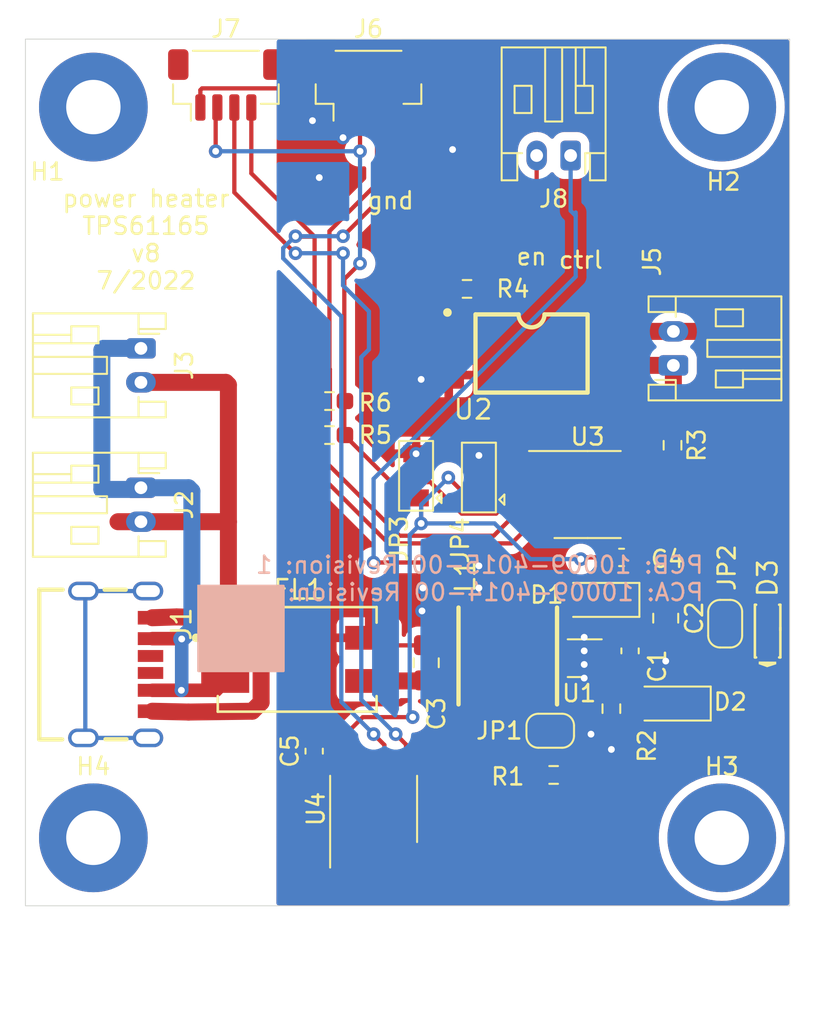
<source format=kicad_pcb>
(kicad_pcb (version 20221018) (generator pcbnew)
  (layers (0 "F.Cu" signal) (31 "B.Cu" signal) (34 "B.Paste" user) (35 "F.Paste" user) (36 "B.SilkS" user "B.Silkscreen") (37 "F.SilkS" user "F.Silkscreen") (38 "B.Mask" user) (39 "F.Mask" user) (44 "Edge.Cuts" user))
  (net 0 "")
  (net 1 "GND")
  (net 2 "Net-(U1-COMP)")
  (net 3 "Net-(D1-K)")
  (net 4 "+5VD")
  (net 5 "Net-(D1-A)")
  (net 6 "Net-(D2-K)")
  (net 7 "Net-(D2-A)")
  (net 8 "Net-(D3-A)")
  (net 9 "Net-(J2--)")
  (net 10 "Net-(J2-+)")
  (net 11 "unconnected-(J1-SHIELD-Pad0)")
  (net 14 "/scl")
  (net 15 "/sda")
  (net 16 "Net-(J5-+)")
  (net 17 "Net-(J8-+)")
  (net 18 "Net-(J8--)")
  (net 19 "Net-(JP1-A)")
  (net 20 "Net-(JP3-C)")
  (net 21 "Net-(JP4-C)")
  (net 22 "Net-(R4-Pad2)")
  (net 23 "/fram/Vcc")
  (footprint "Connector_JST:JST_PH_S2B-PH-K_1x02_P2.00mm_Horizontal" (layer "F.Cu") (at 121.8 73.4 -90)
    (fp_text reference "J2" (at 1 -2.55 -90) (layer "F.SilkS"))
    (fp_text value "A2001WR-2P")
    (pad "1" thru_hole roundrect (at 0 0 270) (size 1.2 1.75) (drill 0.75) (layers "*.Cu" "*.Mask") (roundrect_rratio 0.2083333333) (net 10 "Net-(J2-+)"))
    (pad "2" thru_hole oval (at 2 0 270) (size 1.2 1.75) (drill 0.75) (layers "*.Cu" "*.Mask") (net 9 "Net-(J2--)"))
  )
  (footprint "Connector_JST:JST_PH_S2B-PH-K_1x02_P2.00mm_Horizontal" (layer "F.Cu") (at 153.15 66.2 90)
    (fp_text reference "J5" (at 6.1 -1.25 90) (layer "F.SilkS"))
    (fp_text value "A2001WR-2P")
    (pad "1" thru_hole roundrect (at 0 0 90) (size 1.2 1.75) (drill 0.75) (layers "*.Cu" "*.Mask") (roundrect_rratio 0.2083333333) (net 16 "Net-(J5-+)"))
    (pad "2" thru_hole oval (at 2 0 90) (size 1.2 1.75) (drill 0.75) (layers "*.Cu" "*.Mask") (net 8 "Net-(D3-A)"))
  )
  (footprint "0my_footprints6:USB-C-KoreanHroparts" (layer "F.Cu") (at 120.389 83.8 -90)
    (fp_text reference "J1" (at -1.3 -3.8 -90) (layer "F.SilkS") (effects (font (size 1.143 1.143) (thickness 0.152)) (justify left)))
    (fp_text value "USB_C_KoreanHroparts_6P" hide)
    (pad "0" thru_hole oval (at -4.32 -1.825 270) (size 1.1 1.8) (drill oval 0.7 1.401) (layers "*.Cu" "*.Paste" "*.Mask") (net 11 "unconnected-(J1-SHIELD-Pad0)"))
    (pad "0" thru_hole oval (at -4.32 1.975 270) (size 1.1 1.8) (drill oval 0.7 1.401) (layers "*.Cu" "*.Paste" "*.Mask") (net 11 "unconnected-(J1-SHIELD-Pad0)"))
    (pad "0" thru_hole oval (at 4.32 -1.825 270) (size 1.1 1.8) (drill oval 0.7 1.401) (layers "*.Cu" "*.Paste" "*.Mask") (net 11 "unconnected-(J1-SHIELD-Pad0)"))
    (pad "0" thru_hole oval (at 4.32 1.975 270) (size 1.1 1.8) (drill oval 0.7 1.401) (layers "*.Cu" "*.Paste" "*.Mask") (net 11 "unconnected-(J1-SHIELD-Pad0)"))
    (pad "A5" smd rect (at -0.5 -1.975 270) (size 0.7 1.5) (layers "F.Cu" "F.Paste" "F.Mask"))
    (pad "A9" smd rect (at 1.52 -1.975 270) (size 0.76 1.5) (layers "F.Cu" "F.Paste" "F.Mask") (net 10 "Net-(J2-+)"))
    (pad "A12" smd rect (at 2.75 -1.975 270) (size 0.8 1.5) (layers "F.Cu" "F.Paste" "F.Mask") (net 9 "Net-(J2--)"))
    (pad "B5" smd rect (at 0.5 -1.975 270) (size 0.7 1.5) (layers "F.Cu" "F.Paste" "F.Mask"))
    (pad "B9" smd rect (at -1.52 -1.975 270) (size 0.76 1.5) (layers "F.Cu" "F.Paste" "F.Mask") (net 10 "Net-(J2-+)"))
    (pad "B12" smd rect (at -2.75 -1.975 270) (size 0.8 1.5) (layers "F.Cu" "F.Paste" "F.Mask") (net 9 "Net-(J2--)"))
  )
  (footprint "Package_SON:WSON-6-1EP_2x2mm_P0.65mm_EP1x1.6mm" (layer "F.Cu") (at 147.93 83.43 180)
    (fp_text reference "U1" (at 0.33 -2.07) (layer "F.SilkS"))
    (fp_text value "TPS61165")
    (pad "1" smd roundrect (at -0.8875 -0.65 180) (size 0.375 0.4) (layers "F.Cu" "F.Paste" "F.Mask") (net 7 "Net-(D2-A)"))
    (pad "2" smd roundrect (at -0.8875 0 180) (size 0.375 0.4) (layers "F.Cu" "F.Paste" "F.Mask") (net 2 "Net-(U1-COMP)"))
    (pad "3" smd roundrect (at -0.8875 0.65 180) (size 0.375 0.4) (layers "F.Cu" "F.Paste" "F.Mask") (net 1 "GND"))
    (pad "4" smd roundrect (at 0.8875 0.65 180) (size 0.375 0.4) (layers "F.Cu" "F.Paste" "F.Mask") (net 5 "Net-(D1-A)"))
    (pad "5" smd roundrect (at 0.8875 0 180) (size 0.375 0.4) (layers "F.Cu" "F.Paste" "F.Mask") (net 17 "Net-(J8-+)"))
    (pad "6" smd roundrect (at 0.8875 -0.65 180) (size 0.375 0.4) (layers "F.Cu" "F.Paste" "F.Mask") (net 4 "+5VD"))
    (pad "7" smd rect (at 0 0 180) (size 1 1.6) (layers "F.Cu" "F.Mask") (net 1 "GND"))
  )
  (footprint "0my_footprints:IND-SMD_L4.7-W4.7" (layer "F.Cu") (at 143.4 83.3 90)
    (fp_text reference "L1" (at 3.6 -2.5 90) (layer "F.SilkS") (effects (font (size 1.143 1.143) (thickness 0.152)) (justify left)))
    (fp_text value "10uH" hide)
    (pad "1" smd rect (at -1.7 0 90) (size 2 5.3) (layers "F.Cu" "F.Paste" "F.Mask") (net 4 "+5VD"))
    (pad "2" smd rect (at 1.7 0 90) (size 2 5.3) (layers "F.Cu" "F.Paste" "F.Mask") (net 5 "Net-(D1-A)"))
  )
  (footprint "Resistor_SMD:R_0603_1608Metric_Pad0.98x0.95mm_HandSolder" (layer "F.Cu") (at 149.5 86.4 -90)
    (fp_text reference "R2" (at 2.2 -2.1 -90) (layer "F.SilkS"))
    (fp_text value "2")
    (pad "1" smd roundrect (at -0.9125 0 270) (size 0.975 0.95) (layers "F.Cu" "F.Paste" "F.Mask") (net 7 "Net-(D2-A)"))
    (pad "2" smd roundrect (at 0.9125 0 270) (size 0.975 0.95) (layers "F.Cu" "F.Paste" "F.Mask") (net 1 "GND"))
  )
  (footprint "0my_footprints6:LL_FILTER-SMD_4P-L9.2-W6.0-TL" (layer "F.Cu") (at 131 83.5)
    (fp_text reference "FL1" (at -1.5 -4.1) (layer "F.SilkS") (effects (font (size 1.143 1.143) (thickness 0.152)) (justify left)))
    (fp_text value "EMI_Filter_LL" hide)
    (pad "1" smd rect (at -4.237 -1.27) (size 2.825 1.4) (layers "F.Cu" "F.Paste" "F.Mask") (net 9 "Net-(J2--)"))
    (pad "2" smd rect (at -4.237 1.27) (size 2.825 1.4) (layers "F.Cu" "F.Paste" "F.Mask") (net 10 "Net-(J2-+)"))
    (pad "3" smd rect (at 4.237 1.27) (size 2.825 1.4) (layers "F.Cu" "F.Paste" "F.Mask") (net 4 "+5VD"))
    (pad "4" smd rect (at 4.237 -1.27) (size 2.825 1.4) (layers "F.Cu" "F.Paste" "F.Mask") (net 1 "GND"))
  )
  (footprint "Capacitor_SMD:C_0805_2012Metric_Pad1.18x1.45mm_HandSolder" (layer "F.Cu") (at 138.6 83.7 90)
    (fp_text reference "C3" (at -3 0.6 90) (layer "F.SilkS"))
    (fp_text value "4.7uF_0805_25V")
    (pad "1" smd roundrect (at -1.0375 0 90) (size 1.175 1.45) (layers "F.Cu" "F.Paste" "F.Mask") (roundrect_rratio 0.2127659574) (net 4 "+5VD"))
    (pad "2" smd roundrect (at 1.0375 0 90) (size 1.175 1.45) (layers "F.Cu" "F.Paste" "F.Mask") (roundrect_rratio 0.2127659574) (net 1 "GND"))
  )
  (footprint "Diode_SMD:D_SOD-123" (layer "F.Cu") (at 148.9 80 180)
    (fp_text reference "D1" (at 3.2 0.3) (layer "F.SilkS"))
    (fp_text value "MBR0540")
    (pad "1" smd rect (at -1.65 0 180) (size 0.9 1.2) (layers "F.Cu" "F.Paste" "F.Mask") (net 3 "Net-(D1-K)"))
    (pad "2" smd rect (at 1.65 0 180) (size 0.9 1.2) (layers "F.Cu" "F.Paste" "F.Mask") (net 5 "Net-(D1-A)"))
  )
  (footprint "Capacitor_SMD:C_0603_1608Metric_Pad1.08x0.95mm_HandSolder" (layer "F.Cu") (at 150.6 83 90)
    (fp_text reference "C1" (at -0.9 1.6 90) (layer "F.SilkS"))
    (fp_text value "220nF")
    (pad "1" smd roundrect (at -0.8625 0 90) (size 1.075 0.95) (layers "F.Cu" "F.Paste" "F.Mask") (net 2 "Net-(U1-COMP)"))
    (pad "2" smd roundrect (at 0.8625 0 90) (size 1.075 0.95) (layers "F.Cu" "F.Paste" "F.Mask") (net 1 "GND"))
  )
  (footprint "Capacitor_SMD:C_0805_2012Metric_Pad1.18x1.45mm_HandSolder" (layer "F.Cu") (at 152.7 81.075 -90)
    (fp_text reference "C2" (at 0 -1.68 -90) (layer "F.SilkS"))
    (fp_text value "1uF_0805_50V")
    (pad "1" smd roundrect (at -1.0375 0 270) (size 1.175 1.45) (layers "F.Cu" "F.Paste" "F.Mask") (roundrect_rratio 0.2127659574) (net 3 "Net-(D1-K)"))
    (pad "2" smd roundrect (at 1.0375 0 270) (size 1.175 1.45) (layers "F.Cu" "F.Paste" "F.Mask") (roundrect_rratio 0.2127659574) (net 1 "GND"))
  )
  (footprint "Resistor_SMD:R_0603_1608Metric_Pad0.98x0.95mm_HandSolder" (layer "F.Cu") (at 141 61.7 180)
    (fp_text reference "R4" (at -2.7 0 180) (layer "F.SilkS"))
    (fp_text value "390")
    (pad "1" smd roundrect (at -0.9125 0 180) (size 0.975 0.95) (layers "F.Cu" "F.Paste" "F.Mask") (net 18 "Net-(J8--)"))
    (pad "2" smd roundrect (at 0.9125 0 180) (size 0.975 0.95) (layers "F.Cu" "F.Paste" "F.Mask") (net 22 "Net-(R4-Pad2)"))
  )
  (footprint "0my_footprints:SMD-4_L4.6-W6.4-P2.54-LS10.0-BR" (layer "F.Cu") (at 144.8 65.5 180)
    (fp_text reference "U2" (at 2.2 -3.3) (layer "F.SilkS") (effects (font (size 1.143 1.143) (thickness 0.152)) (justify right)))
    (fp_text value "KAQY212A" hide)
    (pad "1" smd rect (at 4.876 1.27 180) (size 1.8 1.6) (layers "F.Cu" "F.Paste" "F.Mask") (net 22 "Net-(R4-Pad2)"))
    (pad "2" smd rect (at 4.876 -1.27 180) (size 1.8 1.6) (layers "F.Cu" "F.Paste" "F.Mask") (net 1 "GND"))
    (pad "3" smd rect (at -4.876 -1.27 180) (size 1.8 1.6) (layers "F.Cu" "F.Paste" "F.Mask") (net 16 "Net-(J5-+)"))
    (pad "4" smd rect (at -4.876 1.27 180) (size 1.8 1.6) (layers "F.Cu" "F.Paste" "F.Mask") (net 8 "Net-(D3-A)"))
  )
  (footprint "Capacitor_SMD:C_0603_1608Metric_Pad1.08x0.95mm_HandSolder" (layer "F.Cu") (at 150.1 77.5)
    (fp_text reference "C4" (at 2.7 0.1) (layer "F.SilkS"))
    (fp_text value "100nF")
    (pad "1" smd roundrect (at -0.8625 0) (size 1.075 0.95) (layers "F.Cu" "F.Paste" "F.Mask") (net 23 "/fram/Vcc"))
    (pad "2" smd roundrect (at 0.8625 0) (size 1.075 0.95) (layers "F.Cu" "F.Paste" "F.Mask") (net 1 "GND"))
  )
  (footprint "Connector_JST:JST_SH_BM04B-SRSS-TB_1x04-1MP_P1.00mm_Vertical" (layer "F.Cu") (at 135.2 49.7)
    (fp_text reference "J6" (at 0 -3.3) (layer "F.SilkS"))
    (fp_text value "A1001WV-S-04P")
    (pad "1" smd roundrect (at -1.5 1.325) (size 0.6 1.55) (layers "F.Cu" "F.Paste" "F.Mask") (net 1 "GND"))
    (pad "2" smd roundrect (at -0.5 1.325) (size 0.6 1.55) (layers "F.Cu" "F.Paste" "F.Mask") (net 23 "/fram/Vcc"))
    (pad "3" smd roundrect (at 0.5 1.325) (size 0.6 1.55) (layers "F.Cu" "F.Paste" "F.Mask") (net 15 "/sda"))
    (pad "4" smd roundrect (at 1.5 1.325) (size 0.6 1.55) (layers "F.Cu" "F.Paste" "F.Mask") (net 14 "/scl"))
    (pad "MP" smd roundrect (at -2.8 -1.2) (size 1.2 1.8) (layers "F.Cu" "F.Paste" "F.Mask") (roundrect_rratio 0.2083333333))
    (pad "MP" smd roundrect (at 2.8 -1.2) (size 1.2 1.8) (layers "F.Cu" "F.Paste" "F.Mask") (roundrect_rratio 0.2083333333))
  )
  (footprint "Resistor_SMD:R_0603_1608Metric_Pad0.98x0.95mm_HandSolder" (layer "F.Cu") (at 153.1 70.9 -90)
    (fp_text reference "R3" (at 0 -1.43 -90) (layer "F.SilkS"))
    (fp_text value "1")
    (pad "1" smd roundrect (at -0.9125 0 270) (size 0.975 0.95) (layers "F.Cu" "F.Paste" "F.Mask") (net 16 "Net-(J5-+)"))
    (pad "2" smd roundrect (at 0.9125 0 270) (size 0.975 0.95) (layers "F.Cu" "F.Paste" "F.Mask") (net 3 "Net-(D1-K)"))
  )
  (footprint "Resistor_SMD:R_0603_1608Metric_Pad0.98x0.95mm_HandSolder" (layer "F.Cu") (at 132.9 70.3)
    (fp_text reference "R5" (at 2.7 0) (layer "F.SilkS"))
    (fp_text value "4.99K")
    (pad "1" smd roundrect (at -0.9125 0) (size 0.975 0.95) (layers "F.Cu" "F.Paste" "F.Mask") (net 15 "/sda"))
    (pad "2" smd roundrect (at 0.9125 0) (size 0.975 0.95) (layers "F.Cu" "F.Paste" "F.Mask") (net 23 "/fram/Vcc"))
  )
  (footprint "Resistor_SMD:R_0603_1608Metric_Pad0.98x0.95mm_HandSolder" (layer "F.Cu") (at 132.9 68.3)
    (fp_text reference "R6" (at 2.7 0.1) (layer "F.SilkS"))
    (fp_text value "4.99K")
    (pad "1" smd roundrect (at -0.9125 0) (size 0.975 0.95) (layers "F.Cu" "F.Paste" "F.Mask") (net 14 "/scl"))
    (pad "2" smd roundrect (at 0.9125 0) (size 0.975 0.95) (layers "F.Cu" "F.Paste" "F.Mask") (net 23 "/fram/Vcc"))
  )
  (footprint "Jumper:SolderJumper-3_P1.3mm_Open_Pad1.0x1.5mm" (layer "F.Cu") (at 138 72.7 90)
    (fp_text reference "JP3" (at -3.7 -1 90) (layer "F.SilkS"))
    (fp_text value "Jumper_3_Open")
    (pad "1" smd rect (at -1.3 0 90) (size 1 1.5) (layers "F.Cu" "F.Mask") (net 23 "/fram/Vcc"))
    (pad "2" smd rect (at 0 0 90) (size 1 1.5) (layers "F.Cu" "F.Mask") (net 20 "Net-(JP3-C)"))
    (pad "3" smd rect (at 1.3 0 90) (size 1 1.5) (layers "F.Cu" "F.Mask") (net 1 "GND"))
  )
  (footprint "Jumper:SolderJumper-3_P1.3mm_Open_Pad1.0x1.5mm" (layer "F.Cu") (at 141.7 72.8 90)
    (fp_text reference "JP4" (at -3.7 -1.1 90) (layer "F.SilkS"))
    (fp_text value "Jumper_3_Open")
    (pad "1" smd rect (at -1.3 0 90) (size 1 1.5) (layers "F.Cu" "F.Mask") (net 23 "/fram/Vcc"))
    (pad "2" smd rect (at 0 0 90) (size 1 1.5) (layers "F.Cu" "F.Mask") (net 21 "Net-(JP4-C)"))
    (pad "3" smd rect (at 1.3 0 90) (size 1 1.5) (layers "F.Cu" "F.Mask") (net 1 "GND"))
  )
  (footprint "Diode_SMD:D_SOD-123" (layer "F.Cu") (at 153.1 86.1 180)
    (fp_text reference "D2" (at -3.4 0.1) (layer "F.SilkS"))
    (fp_text value "BZT52C5V1")
    (pad "1" smd rect (at -1.65 0 180) (size 0.9 1.2) (layers "F.Cu" "F.Paste" "F.Mask") (net 6 "Net-(D2-K)"))
    (pad "2" smd rect (at 1.65 0 180) (size 0.9 1.2) (layers "F.Cu" "F.Paste" "F.Mask") (net 7 "Net-(D2-A)"))
  )
  (footprint "Jumper:SolderJumper-2_P1.3mm_Open_RoundedPad1.0x1.5mm" (layer "F.Cu") (at 156.2 81.4 90)
    (fp_text reference "JP2" (at 3.3 0.1 90) (layer "F.SilkS"))
    (fp_text value "Jumper_2_Open")
    (pad "1" smd custom (at -0.65 0 90) (size 1 0.5) (layers "F.Cu" "F.Mask") (net 6 "Net-(D2-K)") (options (clearance outline) (anchor rect)) (primitives (gr_circle (center 0 0.25) (end 0.5 0.25) (width 0) (fill yes)) (gr_circle (center 0 -0.25) (end 0.5 -0.25) (width 0) (fill yes)) (gr_poly (pts (xy 0 -0.75) (xy 0.5 -0.75) (xy 0.5 0.75) (xy 0 0.75)) (width 0) (fill yes))))
    (pad "2" smd custom (at 0.65 0 90) (size 1 0.5) (layers "F.Cu" "F.Mask") (net 8 "Net-(D3-A)") (options (clearance outline) (anchor rect)) (primitives (gr_circle (center 0 0.25) (end 0.5 0.25) (width 0) (fill yes)) (gr_circle (center 0 -0.25) (end 0.5 -0.25) (width 0) (fill yes)) (gr_poly (pts (xy 0 -0.75) (xy -0.5 -0.75) (xy -0.5 0.75) (xy 0 0.75)) (width 0) (fill yes))))
  )
  (footprint "Package_SO:SOIC-8_3.9x4.9mm_P1.27mm" (layer "F.Cu") (at 148.1 73.8)
    (fp_text reference "U3" (at 0 -3.4) (layer "F.SilkS"))
    (fp_text value "INA219AxD")
    (pad "1" smd roundrect (at -2.475 -1.905) (size 1.95 0.6) (layers "F.Cu" "F.Paste" "F.Mask") (net 21 "Net-(JP4-C)"))
    (pad "2" smd roundrect (at -2.475 -0.635) (size 1.95 0.6) (layers "F.Cu" "F.Paste" "F.Mask") (net 20 "Net-(JP3-C)"))
    (pad "3" smd roundrect (at -2.475 0.635) (size 1.95 0.6) (layers "F.Cu" "F.Paste" "F.Mask") (net 15 "/sda"))
    (pad "4" smd roundrect (at -2.475 1.905) (size 1.95 0.6) (layers "F.Cu" "F.Paste" "F.Mask") (net 14 "/scl"))
    (pad "5" smd roundrect (at 2.475 1.905) (size 1.95 0.6) (layers "F.Cu" "F.Paste" "F.Mask") (net 23 "/fram/Vcc"))
    (pad "6" smd roundrect (at 2.475 0.635) (size 1.95 0.6) (layers "F.Cu" "F.Paste" "F.Mask") (net 1 "GND"))
    (pad "7" smd roundrect (at 2.475 -0.635) (size 1.95 0.6) (layers "F.Cu" "F.Paste" "F.Mask") (net 16 "Net-(J5-+)"))
    (pad "8" smd roundrect (at 2.475 -1.905) (size 1.95 0.6) (layers "F.Cu" "F.Paste" "F.Mask") (net 3 "Net-(D1-K)"))
  )
  (footprint "0my_footprints6:LED-SMD_L3.0-W1.4-FD_RED" (layer "F.Cu") (at 158.7 81.6 -90)
    (fp_text reference "D3" (at -4.1 0 90) (layer "F.SilkS") (effects (font (size 1.143 1.143) (thickness 0.152)) (justify right)))
    (fp_text value "LED" hide)
    (pad "1" smd rect (at 0.945 0 270) (size 1.9 1.01) (layers "F.Cu" "F.Paste" "F.Mask") (net 6 "Net-(D2-K)"))
    (pad "2" smd rect (at -0.945 0 270) (size 1.18 1.01) (layers "F.Cu" "F.Paste" "F.Mask") (net 8 "Net-(D3-A)"))
  )
  (footprint "Connector_JST:JST_PH_S2B-PH-K_1x02_P2.00mm_Horizontal" (layer "F.Cu") (at 121.8 65.2 -90)
    (fp_text reference "J3" (at 1 -2.55 -90) (layer "F.SilkS"))
    (fp_text value "A2001WR-2P")
    (pad "1" thru_hole roundrect (at 0 0 270) (size 1.2 1.75) (drill 0.75) (layers "*.Cu" "*.Mask") (roundrect_rratio 0.2083333333) (net 10 "Net-(J2-+)"))
    (pad "2" thru_hole oval (at 2 0 270) (size 1.2 1.75) (drill 0.75) (layers "*.Cu" "*.Mask") (net 9 "Net-(J2--)"))
  )
  (footprint "MountingHole:MountingHole_3.2mm_M3_Pad_TopBottom" (layer "F.Cu") (at 119 94)
    (fp_text reference "H4" (at 0 -4.2) (layer "F.SilkS"))
    (fp_text value "MountingHole")
    (pad "1" thru_hole circle (at 0 0) (size 3.6 3.6) (drill 3.2) (layers "*.Cu" "*.Mask"))
    (pad "1" connect circle (at 0 0) (size 6.4 6.4) (layers "F.Cu" "F.Mask"))
    (pad "1" connect circle (at 0 0) (size 6.4 6.4) (layers "B.Cu" "B.Mask"))
  )
  (footprint "Capacitor_SMD:C_0603_1608Metric_Pad1.08x0.95mm_HandSolder" (layer "F.Cu") (at 132 88.9 90)
    (fp_text reference "C5" (at 0 -1.43 90) (layer "F.SilkS"))
    (fp_text value "100nF")
    (pad "1" smd roundrect (at -0.8625 0 90) (size 1.075 0.95) (layers "F.Cu" "F.Paste" "F.Mask") (net 23 "/fram/Vcc"))
    (pad "2" smd roundrect (at 0.8625 0 90) (size 1.075 0.95) (layers "F.Cu" "F.Paste" "F.Mask") (net 1 "GND"))
  )
  (footprint "Connector_JST:JST_PH_S2B-PH-K_1x02_P2.00mm_Horizontal" (layer "F.Cu") (at 147.1 53.85 180)
    (fp_text reference "J8" (at 1 -2.55) (layer "F.SilkS"))
    (fp_text value "A2001WR-2P")
    (pad "1" thru_hole roundrect (at 0 0 180) (size 1.2 1.75) (drill 0.75) (layers "*.Cu" "*.Mask") (roundrect_rratio 0.2083333333) (net 17 "Net-(J8-+)"))
    (pad "2" thru_hole oval (at 2 0 180) (size 1.2 1.75) (drill 0.75) (layers "*.Cu" "*.Mask") (net 18 "Net-(J8--)"))
  )
  (footprint "Connector_JST:JST_SH_BM04B-SRSS-TB_1x04-1MP_P1.00mm_Vertical" (layer "F.Cu") (at 126.8 49.7)
    (fp_text reference "J7" (at 0 -3.3) (layer "F.SilkS"))
    (fp_text value "A1001WV-S-04P")
    (pad "1" smd roundrect (at -1.5 1.325) (size 0.6 1.55) (layers "F.Cu" "F.Paste" "F.Mask") (net 1 "GND"))
    (pad "2" smd roundrect (at -0.5 1.325) (size 0.6 1.55) (layers "F.Cu" "F.Paste" "F.Mask") (net 23 "/fram/Vcc"))
    (pad "3" smd roundrect (at 0.5 1.325) (size 0.6 1.55) (layers "F.Cu" "F.Paste" "F.Mask") (net 15 "/sda"))
    (pad "4" smd roundrect (at 1.5 1.325) (size 0.6 1.55) (layers "F.Cu" "F.Paste" "F.Mask") (net 14 "/scl"))
    (pad "MP" smd roundrect (at -2.8 -1.2) (size 1.2 1.8) (layers "F.Cu" "F.Paste" "F.Mask") (roundrect_rratio 0.2083333333))
    (pad "MP" smd roundrect (at 2.8 -1.2) (size 1.2 1.8) (layers "F.Cu" "F.Paste" "F.Mask") (roundrect_rratio 0.2083333333))
  )
  (footprint "Jumper:SolderJumper-2_P1.3mm_Open_RoundedPad1.0x1.5mm" (layer "F.Cu") (at 145.9 87.7)
    (fp_text reference "JP1" (at -3 0) (layer "F.SilkS"))
    (fp_text value "SolderJumper_2_Open")
    (pad "1" smd custom (at -0.65 0) (size 1 0.5) (layers "F.Cu" "F.Mask") (net 19 "Net-(JP1-A)") (options (clearance outline) (anchor rect)) (primitives (gr_circle (center 0 0.25) (end 0.5 0.25) (width 0) (fill yes)) (gr_circle (center 0 -0.25) (end 0.5 -0.25) (width 0) (fill yes)) (gr_poly (pts (xy 0.5 0.75) (xy 0 0.75) (xy 0 -0.75) (xy 0.5 -0.75)) (width 0) (fill yes))))
    (pad "2" smd custom (at 0.65 0) (size 1 0.5) (layers "F.Cu" "F.Mask") (net 7 "Net-(D2-A)") (options (clearance outline) (anchor rect)) (primitives (gr_circle (center 0 0.25) (end 0.5 0.25) (width 0) (fill yes)) (gr_circle (center 0 -0.25) (end 0.5 -0.25) (width 0) (fill yes)) (gr_poly (pts (xy 0 0.75) (xy -0.5 0.75) (xy -0.5 -0.75) (xy 0 -0.75)) (width 0) (fill yes))))
  )
  (footprint "Resistor_SMD:R_0603_1608Metric_Pad0.98x0.95mm_HandSolder" (layer "F.Cu") (at 146.1 90.3)
    (fp_text reference "R1" (at -2.7 0.1) (layer "F.SilkS"))
    (fp_text value "2")
    (pad "1" smd roundrect (at -0.9125 0) (size 0.975 0.95) (layers "F.Cu" "F.Paste" "F.Mask") (net 19 "Net-(JP1-A)"))
    (pad "2" smd roundrect (at 0.9125 0) (size 0.975 0.95) (layers "F.Cu" "F.Paste" "F.Mask") (net 1 "GND"))
  )
  (footprint "MountingHole:MountingHole_3.2mm_M3_Pad_TopBottom" (layer "F.Cu") (at 156 94)
    (fp_text reference "H3" (at 0 -4.2) (layer "F.SilkS"))
    (fp_text value "MountingHole")
    (pad "1" thru_hole circle (at 0 0) (size 3.6 3.6) (drill 3.2) (layers "*.Cu" "*.Mask"))
    (pad "1" connect circle (at 0 0) (size 6.4 6.4) (layers "F.Cu" "F.Mask"))
    (pad "1" connect circle (at 0 0) (size 6.4 6.4) (layers "B.Cu" "B.Mask"))
  )
  (footprint "MountingHole:MountingHole_3.2mm_M3_Pad_TopBottom" (layer "F.Cu") (at 156 51)
    (fp_text reference "H2" (at 0.1 4.4) (layer "F.SilkS"))
    (fp_text value "MountingHole")
    (pad "1" thru_hole circle (at 0 0) (size 3.6 3.6) (drill 3.2) (layers "*.Cu" "*.Mask"))
    (pad "1" connect circle (at 0 0) (size 6.4 6.4) (layers "F.Cu" "F.Mask"))
    (pad "1" connect circle (at 0 0) (size 6.4 6.4) (layers "B.Cu" "B.Mask"))
  )
  (footprint "Package_SO:SOIC-8_3.9x4.9mm_P1.27mm" (layer "F.Cu") (at 135.5 92.3 90)
    (fp_text reference "U4" (at 0 -3.4 90) (layer "F.SilkS"))
    (fp_text value "FM24V05-GTR")
    (pad "1" smd roundrect (at -2.475 -1.905 90) (size 1.95 0.6) (layers "F.Cu" "F.Paste" "F.Mask") (net 1 "GND"))
    (pad "2" smd roundrect (at -2.475 -0.635 90) (size 1.95 0.6) (layers "F.Cu" "F.Paste" "F.Mask") (net 1 "GND"))
    (pad "3" smd roundrect (at -2.475 0.635 90) (size 1.95 0.6) (layers "F.Cu" "F.Paste" "F.Mask") (net 1 "GND"))
    (pad "4" smd roundrect (at -2.475 1.905 90) (size 1.95 0.6) (layers "F.Cu" "F.Paste" "F.Mask") (net 1 "GND"))
    (pad "5" smd roundrect (at 2.475 1.905 90) (size 1.95 0.6) (layers "F.Cu" "F.Paste" "F.Mask") (net 15 "/sda"))
    (pad "6" smd roundrect (at 2.475 0.635 90) (size 1.95 0.6) (layers "F.Cu" "F.Paste" "F.Mask") (net 14 "/scl"))
    (pad "7" smd roundrect (at 2.475 -0.635 90) (size 1.95 0.6) (layers "F.Cu" "F.Paste" "F.Mask"))
    (pad "8" smd roundrect (at 2.475 -1.905 90) (size 1.95 0.6) (layers "F.Cu" "F.Paste" "F.Mask") (net 23 "/fram/Vcc"))
  )
  (footprint "MountingHole:MountingHole_3.2mm_M3_Pad_TopBottom" (layer "F.Cu") (at 119 51)
    (fp_text reference "H1" (at -2.7 3.8) (layer "F.SilkS"))
    (fp_text value "MountingHole")
    (pad "1" thru_hole circle (at 0 0) (size 3.6 3.6) (drill 3.2) (layers "*.Cu" "*.Mask"))
    (pad "1" connect circle (at 0 0) (size 6.4 6.4) (layers "F.Cu" "F.Mask"))
    (pad "1" connect circle (at 0 0) (size 6.4 6.4) (layers "B.Cu" "B.Mask"))
  )
  (gr_rect (start 125.19 79.18) (end 130.19 84.18) (stroke (width 0.15)) (fill solid) (layer "B.SilkS"))
  (gr_rect (start 115 47) (end 160 98) (stroke (width 0.05)) (fill none) (layer "Edge.Cuts"))
  (gr_text "PCB: 10009-4015-00 Revision: 1\nPCA: 10009-4014-00 Revision: " (at 155.01 80.14) (layer "B.SilkS") (effects (font (size 1 1)) (justify left bottom mirror)))
  (gr_text "en" (at 144.8 59.8) (layer "F.SilkS") (effects (font (size 1 1))))
  (gr_text "gnd" (at 136.5 56.5) (layer "F.SilkS") (effects (font (size 1 1))))
  (gr_text "ctrl" (at 147.7 60) (layer "F.SilkS") (effects (font (size 1 1))))
  (gr_text "power heater\nTPS61165\nv8\n7/2022\n" (at 122.1 58.8) (layer "F.SilkS") (effects (font (size 1 1))))
  (segment (start 138.6 82.675) (end 135.682 82.675) (width 0.25) (layer "F.Cu") (net 1))
  (segment (start 138.6 82.675) (end 138.6 80.9) (width 0.25) (layer "F.Cu") (net 1))
  (segment (start 152.7 82.1) (end 150.8 82.1) (width 1) (layer "F.Cu") (net 1))
  (segment (start 148.8175 82.78) (end 150.12 82.78) (width 0.25) (layer "F.Cu") (net 1))
  (segment (start 150.6 81.775) (end 150.025 81.2) (width 0.25) (layer "F.Cu") (net 1))
  (segment (start 138.6 80.9) (end 138.35 80.65) (width 0.25) (layer "F.Cu") (net 1))
  (segment (start 150.025 81.2) (end 149.9 81.2) (width 0.25) (layer "F.Cu") (net 1))
  (segment (start 149.9 81.2) (end 150.8 82.1) (width 0.25) (layer "F.Cu") (net 1))
  (segment (start 150.12 82.78) (end 150.6 82.3) (width 0.25) (layer "F.Cu") (net 1))
  (segment (start 125.4 49.9) (end 130.7 49.9) (width 0.25) (layer "F.Cu") (net 1))
  (segment (start 125.3 51.025) (end 125.3 50) (width 0.25) (layer "F.Cu") (net 1))
  (segment (start 131.825 51.025) (end 130.7 49.9) (width 0.25) (layer "F.Cu") (net 1))
  (segment (start 133.7 51.025) (end 133.7 52.8) (width 0.25) (layer "F.Cu") (net 1))
  (segment (start 125.3 50) (end 125.4 49.9) (width 0.25) (layer "F.Cu") (net 1))
  (segment (start 133.7 51.025) (end 131.825 51.025) (width 0.25) (layer "F.Cu") (net 1))
  (via (at 147.9 83.8) (size 0.8) (drill 0.4) (layers "F.Cu" "B.Cu") (net 1))
  (via (at 152.7 83.6) (size 0.8) (drill 0.4) (layers "F.Cu" "B.Cu") (net 1))
  (via (at 148.3 87.9) (size 0.8) (drill 0.4) (layers "F.Cu" "B.Cu") (net 1))
  (via (at 147.9 83) (size 0.8) (drill 0.4) (layers "F.Cu" "B.Cu") (net 1))
  (via (at 149.5 88.8) (size 0.8) (drill 0.4) (layers "F.Cu" "B.Cu") (net 1))
  (via (at 147.9 82.2) (size 0.8) (drill 0.4) (layers "F.Cu" "B.Cu") (net 1))
  (via (at 147.9 84.6) (size 0.8) (drill 0.4) (layers "F.Cu" "B.Cu") (net 1))
  (via (at 132.3 55.15) (size 0.8) (drill 0.4) (layers "F.Cu" "B.Cu") (net 1))
  (via (at 141.7 79.3) (size 0.8) (drill 0.4) (layers "F.Cu" "B.Cu") (net 1))
  (via (at 131.9 51.8) (size 0.8) (drill 0.4) (layers "F.Cu" "B.Cu") (net 1))
  (via (at 138.3 67.025) (size 0.8) (drill 0.4) (layers "F.Cu" "B.Cu") (net 1))
  (via (at 138.4 79.3) (size 0.8) (drill 0.4) (layers "F.Cu" "B.Cu") (net 1))
  (via (at 141.7 78) (size 0.8) (drill 0.4) (layers "F.Cu" "B.Cu") (net 1))
  (via (at 140.15 53.5) (size 0.8) (drill 0.4) (layers "F.Cu" "B.Cu") (net 1))
  (via (at 133.7 52.8) (size 0.8) (drill 0.4) (layers "F.Cu" "B.Cu") (net 1))
  (via (at 138.35 80.65) (size 0.8) (drill 0.4) (layers "F.Cu" "B.Cu") (net 1))
  (via (at 138 71.4) (size 0.8) (drill 0.4) (layers "F.Cu" "B.Cu") (net 1))
  (via (at 141.7 71.5) (size 0.8) (drill 0.4) (layers "F.Cu" "B.Cu") (net 1))
  (segment (start 150.6 84.05) (end 149.98 83.43) (width 0.25) (layer "F.Cu") (net 2))
  (segment (start 149.98 83.43) (end 148.8175 83.43) (width 0.25) (layer "F.Cu") (net 2))
  (segment (start 150.55 80) (end 152.65 80) (width 1) (layer "F.Cu") (net 3))
  (segment (start 153.1 71.775) (end 150.695 71.775) (width 0.25) (layer "F.Cu") (net 3))
  (segment (start 152.7 80.05) (end 152.7 72.175) (width 1) (layer "F.Cu") (net 3))
  (segment (start 152.7 72.175) (end 153.1 71.775) (width 1) (layer "F.Cu") (net 3))
  (segment (start 135.237 84.77) (end 143.17 84.77) (width 1) (layer "F.Cu") (net 4))
  (segment (start 145.5 85) (end 146.16999 84.33001) (width 1) (layer "F.Cu") (net 4))
  (segment (start 146.16999 84.33001) (end 146.619962 84.33001) (width 1) (layer "F.Cu") (net 4))
  (segment (start 147.0425 82.78) (end 146.855 82.78) (width 0.25) (layer "F.Cu") (net 5))
  (segment (start 146.855 82.78) (end 146.7 82.625) (width 0.25) (layer "F.Cu") (net 5))
  (segment (start 146.7 82.625) (end 146.7 82.4) (width 0.25) (layer "F.Cu") (net 5))
  (segment (start 146.6 81.6) (end 146.7 82.4) (width 1) (layer "F.Cu") (net 5))
  (segment (start 147.25 80) (end 147.25 80.95) (width 1) (layer "F.Cu") (net 5))
  (segment (start 145.9 81.6) (end 146.6 81.6) (width 1) (layer "F.Cu") (net 5))
  (segment (start 147.25 80.95) (end 146.6 81.6) (width 1) (layer "F.Cu") (net 5))
  (segment (start 143.4 81.6) (end 145.9 81.6) (width 1) (layer "F.Cu") (net 5))
  (segment (start 156.695 82.545) (end 156.2 82.05) (width 0.8) (layer "F.Cu") (net 6))
  (segment (start 156.2 82.05) (end 156.2 84.65) (width 0.8) (layer "F.Cu") (net 6))
  (segment (start 156.2 84.65) (end 154.75 86.1) (width 0.8) (layer "F.Cu") (net 6))
  (segment (start 158.7 82.545) (end 156.695 82.545) (width 0.8) (layer "F.Cu") (net 6))
  (segment (start 149.5 85.525) (end 149.5 84.7625) (width 0.25) (layer "F.Cu") (net 7))
  (segment (start 149.5 84.7625) (end 148.8175 84.08) (width 0.25) (layer "F.Cu") (net 7))
  (segment (start 149.5 85.525) (end 150.875 85.525) (width 1) (layer "F.Cu") (net 7))
  (segment (start 148.725 85.525) (end 149.5 85.525) (width 1) (layer "F.Cu") (net 7))
  (segment (start 150.875 85.525) (end 151.45 86.1) (width 1) (layer "F.Cu") (net 7))
  (segment (start 146.55 87.7) (end 148.725 85.525) (width 1) (layer "F.Cu") (net 7))
  (segment (start 155.4 64.2) (end 156.2 65) (width 1) (layer "F.Cu") (net 8))
  (segment (start 153.15 64.2) (end 155.4 64.2) (width 1) (layer "F.Cu") (net 8))
  (segment (start 158.7 80.655) (end 156.295 80.655) (width 0.8) (layer "F.Cu") (net 8))
  (segment (start 156.2 65) (end 156.2 80.75) (width 1) (layer "F.Cu") (net 8))
  (segment (start 153.15 64.2) (end 149.706 64.2) (width 1) (layer "F.Cu") (net 8))
  (segment (start 126.763 82.23) (end 125.583 81.05) (width 1) (layer "F.Cu") (net 9))
  (segment (start 128.875501 83.630001) (end 128.875501 86.030001) (width 1) (layer "F.Cu") (net 9))
  (segment (start 128.875501 86.030001) (end 128.355491 86.550011) (width 1) (layer "F.Cu") (net 9))
  (segment (start 127.4755 82.23) (end 128.875501 83.630001) (width 1) (layer "F.Cu") (net 9))
  (segment (start 128.355491 86.550011) (end 124.6 86.6) (width 1) (layer "F.Cu") (net 9))
  (segment (start 124.6 86.6) (end 122.475 86.550011) (width 1) (layer "F.Cu") (net 9))
  (segment (start 126.8 67.2) (end 121.8 67.2) (width 1) (layer "F.Cu") (net 9))
  (segment (start 120.45 75.4) (end 126.95 75.4) (width 1) (layer "F.Cu") (net 9))
  (segment (start 125.583 81.05) (end 126.95 79.683) (width 1) (layer "F.Cu") (net 9))
  (segment (start 125.583 81.05) (end 123.9 81) (width 1) (layer "F.Cu") (net 9))
  (segment (start 126.95 79.683) (end 126.95 75.4) (width 1) (layer "F.Cu") (net 9))
  (segment (start 126.95 67.35) (end 126.8 67.2) (width 1) (layer "F.Cu") (net 9))
  (segment (start 126.95 75.4) (end 126.95 67.35) (width 1) (layer "F.Cu") (net 9))
  (segment (start 123.9 81) (end 122.475 81.05) (width 1) (layer "F.Cu") (net 9))
  (segment (start 124.18 82.28) (end 124.2 82.3) (width 0.8) (layer "F.Cu") (net 10))
  (segment (start 126.213 85.32) (end 126.763 84.77) (width 0.8) (layer "F.Cu") (net 10))
  (segment (start 124.18 85.32) (end 126.213 85.32) (width 0.8) (layer "F.Cu") (net 10))
  (segment (start 122.475 85.32) (end 124.18 85.32) (width 0.8) (layer "F.Cu") (net 10))
  (segment (start 122.475 82.28) (end 124.18 82.28) (width 0.8) (layer "F.Cu") (net 10))
  (via (at 124.2 82.3) (size 0.8) (drill 0.4) (layers "F.Cu" "B.Cu") (net 10))
  (via (at 124.18 85.32) (size 0.8) (drill 0.4) (layers "F.Cu" "B.Cu") (net 10))
  (segment (start 124.6 73.4) (end 124.8 73.6) (width 1) (layer "B.Cu") (net 10))
  (segment (start 121.8 65.2) (end 119.6 65.2) (width 1) (layer "B.Cu") (net 10))
  (segment (start 124.2 82.3) (end 124.2 85.3) (width 0.8) (layer "B.Cu") (net 10))
  (segment (start 119.5 73.5) (end 121.7 73.5) (width 1) (layer "B.Cu") (net 10))
  (segment (start 121.8 73.4) (end 124.6 73.4) (width 1) (layer "B.Cu") (net 10))
  (segment (start 119.5 65.3) (end 119.5 73.5) (width 1) (layer "B.Cu") (net 10))
  (segment (start 124.8 81.7) (end 124.2 82.3) (width 1) (layer "B.Cu") (net 10))
  (segment (start 124.8 73.6) (end 124.8 81.7) (width 1) (layer "B.Cu") (net 10))
  (segment (start 119.6 65.2) (end 119.5 65.3) (width 1) (layer "B.Cu") (net 10))
  (segment (start 124.2 85.3) (end 124.18 85.32) (width 0.8) (layer "B.Cu") (net 10))
  (segment (start 122.325 88.12) (end 118.525 88.12) (width 0.25) (layer "B.Cu") (net 11))
  (segment (start 122.325 79.48) (end 118.525 79.48) (width 0.25) (layer "B.Cu") (net 11))
  (segment (start 118.525 88.12) (end 118.525 79.48) (width 0.25) (layer "B.Cu") (net 11))
  (segment (start 143.625969 76.674031) (end 136.374031 76.674031) (width 0.25) (layer "F.Cu") (net 14))
  (segment (start 132.025 58.625) (end 130.925 58.625) (width 0.25) (layer "F.Cu") (net 14))
  (segment (start 132.025 58.625) (end 128.3 54.9) (width 0.25) (layer "F.Cu") (net 14))
  (segment (start 128.3 54.9) (end 128.3 51.025) (width 0.25) (layer "F.Cu") (net 14))
  (segment (start 136.135 88.535) (end 135.5 87.9) (width 0.25) (layer "F.Cu") (net 14))
  (segment (start 136.7 55.6) (end 136.7 51.025) (width 0.25) (layer "F.Cu") (net 14))
  (segment (start 136.135 89.825) (end 136.135 88.535) (width 0.25) (layer "F.Cu") (net 14))
  (segment (start 132.025 68.3) (end 132.025 58.625) (width 0.25) (layer "F.Cu") (net 14))
  (segment (start 136.374031 76.674031) (end 130.4 70.7) (width 0.25) (layer "F.Cu") (net 14))
  (segment (start 133.7 58.6) (end 136.7 55.6) (width 0.25) (layer "F.Cu") (net 14))
  (segment (start 130.4 69.1) (end 131.2 68.3) (width 0.25) (layer "F.Cu") (net 14))
  (segment (start 130.925 58.625) (end 130.9 58.6) (width 0.25) (layer "F.Cu") (net 14))
  (segment (start 130.4 70.7) (end 130.4 69.1) (width 0.25) (layer "F.Cu") (net 14))
  (segment (start 145.625 75.705) (end 144.595 75.705) (width 0.25) (layer "F.Cu") (net 14))
  (segment (start 144.595 75.705) (end 143.625969 76.674031) (width 0.25) (layer "F.Cu") (net 14))
  (segment (start 131.2 68.3) (end 132.025 68.3) (width 0.25) (layer "F.Cu") (net 14))
  (via (at 130.9 58.6) (size 0.8) (drill 0.4) (layers "F.Cu" "B.Cu") (net 14))
  (via (at 133.7 58.6) (size 0.8) (drill 0.4) (layers "F.Cu" "B.Cu") (net 14))
  (via (at 135.5 87.9) (size 0.8) (drill 0.4) (layers "F.Cu" "B.Cu") (net 14))
  (segment (start 130.175489 59.299897) (end 130.875386 58.6) (width 0.25) (layer "B.Cu") (net 14))
  (segment (start 133.6 86) (end 133.6 63.3) (width 0.25) (layer "B.Cu") (net 14))
  (segment (start 130.9 58.6) (end 133.7 58.6) (width 0.25) (layer "B.Cu") (net 14))
  (segment (start 133.6 86) (end 135.5 87.9) (width 0.25) (layer "B.Cu") (net 14))
  (segment (start 130.175489 59.900103) (end 130.175489 59.299897) (width 0.25) (layer "B.Cu") (net 14))
  (segment (start 133.6 63.3) (end 133.575386 63.3) (width 0.25) (layer "B.Cu") (net 14))
  (segment (start 133.575386 63.3) (end 130.175489 59.900103) (width 0.25) (layer "B.Cu") (net 14))
  (segment (start 130.875386 58.6) (end 130.9 58.6) (width 0.25) (layer "B.Cu") (net 14))
  (segment (start 132.92548 69.39952) (end 132.92548 66.42548) (width 0.25) (layer "F.Cu") (net 15))
  (segment (start 132.9 59.6) (end 133.7 59.6) (width 0.25) (layer "F.Cu") (net 15))
  (segment (start 132.025 70.3) (end 132.92548 69.39952) (width 0.25) (layer "F.Cu") (net 15))
  (segment (start 132 71.2) (end 132 70.325) (width 0.25) (layer "F.Cu") (net 15))
  (segment (start 132.9 66.4) (end 132.9 59.6) (width 0.25) (layer "F.Cu") (net 15))
  (segment (start 130.875386 59.6) (end 130.9 59.6) (width 0.25) (layer "F.Cu") (net 15))
  (segment (start 132.9 58.3) (end 135.7 55.5) (width 0.25) (layer "F.Cu") (net 15))
  (segment (start 132.92548 66.42548) (end 132.9 66.4) (width 0.25) (layer "F.Cu") (net 15))
  (segment (start 137.405 88.505) (end 136.8 87.9) (width 0.25) (layer "F.Cu") (net 15))
  (segment (start 137.024511 76.224511) (end 132 71.2) (width 0.25) (layer "F.Cu") (net 15))
  (segment (start 127.3 51.025) (end 127.3 56.024614) (width 0.25) (layer "F.Cu") (net 15))
  (segment (start 135.7 55.5) (end 135.7 51.025) (width 0.25) (layer "F.Cu") (net 15))
  (segment (start 132.9 59.6) (end 132.9 58.3) (width 0.25) (layer "F.Cu") (net 15))
  (segment (start 144.365 74.435) (end 142.575489 76.224511) (width 0.25) (layer "F.Cu") (net 15))
  (segment (start 127.3 56.024614) (end 130.875386 59.6) (width 0.25) (layer "F.Cu") (net 15))
  (segment (start 145.625 74.435) (end 144.365 74.435) (width 0.25) (layer "F.Cu") (net 15))
  (segment (start 137.405 89.825) (end 137.405 88.505) (width 0.25) (layer "F.Cu") (net 15))
  (segment (start 142.575489 76.224511) (end 137.024511 76.224511) (width 0.25) (layer "F.Cu") (net 15))
  (via (at 133.7 59.6) (size 0.8) (drill 0.4) (layers "F.Cu" "B.Cu") (net 15))
  (via (at 130.9 59.6) (size 0.8) (drill 0.4) (layers "F.Cu" "B.Cu") (net 15))
  (via (at 136.8 87.9) (size 0.8) (drill 0.4) (layers "F.Cu" "B.Cu") (net 15))
  (segment (start 134.775489 65.711207) (end 135.225009 65.261687) (width 0.25) (layer "B.Cu") (net 15))
  (segment (start 130.9 59.6) (end 133.7 59.6) (width 0.25) (layer "B.Cu") (net 15))
  (segment (start 136.8 87.9) (end 134.775489 85.875489) (width 0.25) (layer "B.Cu") (net 15))
  (segment (start 134.775489 85.875489) (end 134.775489 65.711207) (width 0.25) (layer "B.Cu") (net 15))
  (segment (start 135.225009 63.025009) (end 133.7 61.5) (width 0.25) (layer "B.Cu") (net 15))
  (segment (start 133.7 61.5) (end 133.7 59.6) (width 0.25) (layer "B.Cu") (net 15))
  (segment (start 135.225009 65.261687) (end 135.225009 63.025009) (width 0.25) (layer "B.Cu") (net 15))
  (segment (start 149.27499 73.00499) (end 149.27499 72.97499) (width 0.25) (layer "F.Cu") (net 16))
  (segment (start 150.246 66.2) (end 149.676 66.77) (width 1) (layer "F.Cu") (net 16))
  (segment (start 149.975 70.025) (end 153.1 70.025) (width 0.25) (layer "F.Cu") (net 16))
  (segment (start 153.15 69.975) (end 153.1 70.025) (width 1) (layer "F.Cu") (net 16))
  (segment (start 149.435 73.165) (end 149.27499 73.00499) (width 0.25) (layer "F.Cu") (net 16))
  (segment (start 153.15 66.2) (end 150.246 66.2) (width 1) (layer "F.Cu") (net 16))
  (segment (start 149 71) (end 149.975 70.025) (width 0.25) (layer "F.Cu") (net 16))
  (segment (start 149 72.7) (end 149 71) (width 0.25) (layer "F.Cu") (net 16))
  (segment (start 150.575 73.165) (end 149.435 73.165) (width 0.25) (layer "F.Cu") (net 16))
  (segment (start 153.15 66.2) (end 153.15 69.975) (width 1) (layer "F.Cu") (net 16))
  (segment (start 149.27499 72.97499) (end 149 72.7) (width 0.25) (layer "F.Cu") (net 16))
  (segment (start 140 77.8) (end 135.5 77.8) (width 0.25) (layer "F.Cu") (net 17))
  (segment (start 140 82.499022) (end 140 77.8) (width 0.25) (layer "F.Cu") (net 17))
  (segment (start 147.0425 83.43) (end 140.930978 83.43) (width 0.25) (layer "F.Cu") (net 17))
  (segment (start 140.930978 83.43) (end 140 82.499022) (width 0.25) (layer "F.Cu") (net 17))
  (via (at 135.5 77.8) (size 0.8) (drill 0.4) (layers "F.Cu" "B.Cu") (net 17))
  (segment (start 147.1 57.1) (end 147.1 53.85) (width 0.25) (layer "B.Cu") (net 17))
  (segment (start 135.5 72.875386) (end 147.4 60.975386) (width 0.25) (layer "B.Cu") (net 17))
  (segment (start 135.5 77.8) (end 135.5 72.875386) (width 0.25) (layer "B.Cu") (net 17))
  (segment (start 147.4 57.4) (end 147.4 57.2) (width 0.25) (layer "B.Cu") (net 17))
  (segment (start 147.4 60.975386) (end 147.4 57.4) (width 0.25) (layer "B.Cu") (net 17))
  (segment (start 147.4 57.4) (end 147.1 57.1) (width 0.25) (layer "B.Cu") (net 17))
  (segment (start 141.875 61.7) (end 144.86 58.715) (width 0.25) (layer "F.Cu") (net 18))
  (segment (start 144.86 58.715) (end 144.86 57.2) (width 0.25) (layer "F.Cu") (net 18))
  (segment (start 145.1 56.96) (end 145.1 53.85) (width 0.25) (layer "F.Cu") (net 18))
  (segment (start 144.86 57.2) (end 145.1 56.96) (width 0.25) (layer "F.Cu") (net 18))
  (segment (start 145.25 90.25) (end 145.2 90.3) (width 1) (layer "F.Cu") (net 19))
  (segment (start 145.25 87.7) (end 145.25 90.25) (width 1) (layer "F.Cu") (net 19))
  (segment (start 145.325 73.465) (end 144.170002 73.465) (width 0.25) (layer "F.Cu") (net 20))
  (segment (start 142.710001 74.925001) (end 140.689999 74.925001) (width 0.25) (layer "F.Cu") (net 20))
  (segment (start 140.689999 74.925001) (end 138.464998 72.7) (width 0.25) (layer "F.Cu") (net 20))
  (segment (start 144.170002 73.465) (end 142.710001 74.925001) (width 0.25) (layer "F.Cu") (net 20))
  (segment (start 145.625 73.165) (end 145.325 73.465) (width 0.25) (layer "F.Cu") (net 20))
  (segment (start 142.7 72.8) (end 143.605 71.895) (width 0.25) (layer "F.Cu") (net 21))
  (segment (start 143.605 71.895) (end 144.65 71.895) (width 0.25) (layer "F.Cu") (net 21))
  (segment (start 144.65 71.895) (end 145.625 71.895) (width 0.25) (layer "F.Cu") (net 21))
  (segment (start 141.7 72.8) (end 142.7 72.8) (width 0.25) (layer "F.Cu") (net 21))
  (segment (start 139.924 61.901) (end 139.924 64.23) (width 0.25) (layer "F.Cu") (net 22))
  (segment (start 126.2 53.6) (end 126.2 51.125) (width 0.25) (layer "F.Cu") (net 23))
  (segment (start 134.7 51.025) (end 134.7 53.6) (width 0.25) (layer "F.Cu") (net 23))
  (segment (start 139.9 72.8) (end 141.2 74.1) (width 0.25) (layer "F.Cu") (net 23))
  (segment (start 149.225 77.5) (end 147.8 77.5) (width 0.25) (layer "F.Cu") (net 23))
  (segment (start 132 89.7625) (end 134.8625 86.9) (width 0.25) (layer "F.Cu") (net 23))
  (segment (start 149.225 77.5) (end 149.225 77.055) (width 0.25) (layer "F.Cu") (net 23))
  (segment (start 147.8 77.5) (end 147.7 77.6) (width 0.25) (layer "F.Cu") (net 23))
  (segment (start 133.775 70.3) (end 133.775 68.3) (width 0.25) (layer "F.Cu") (net 23))
  (segment (start 149.225 77.055) (end 150.575 75.705) (width 0.25) (layer "F.Cu") (net 23))
  (segment (start 132 89.7625) (end 133.5325 89.7625) (width 0.25) (layer "F.Cu") (net 23))
  (segment (start 138.3 75.5) (end 138.3 74.3) (width 0.25) (layer "F.Cu") (net 23))
  (segment (start 133.775 61.125) (end 134.7 60.2) (width 0.25) (layer "F.Cu") (net 23))
  (segment (start 133.775 68.3) (end 133.775 61.125) (width 0.25) (layer "F.Cu") (net 23))
  (segment (start 137.475 74) (end 133.775 70.3) (width 0.25) (layer "F.Cu") (net 23))
  (segment (start 134.8625 86.9) (end 137.8 86.9) (width 0.25) (layer "F.Cu") (net 23))
  (via (at 147.7 77.6) (size 0.8) (drill 0.4) (layers "F.Cu" "B.Cu") (net 23))
  (via (at 139.9 72.8) (size 0.8) (drill 0.4) (layers "F.Cu" "B.Cu") (net 23))
  (via (at 134.7 60.2) (size 0.8) (drill 0.4) (layers "F.Cu" "B.Cu") (net 23))
  (via (at 134.7 53.6) (size 0.8) (drill 0.4) (layers "F.Cu" "B.Cu") (net 23))
  (via (at 126.2 53.6) (size 0.8) (drill 0.4) (layers "F.Cu" "B.Cu") (net 23))
  (via (at 137.8 86.9) (size 0.8) (drill 0.4) (layers "F.Cu" "B.Cu") (net 23))
  (via (at 138.3 75.5) (size 0.8) (drill 0.4) (layers "F.Cu" "B.Cu") (net 23))
  (segment (start 142.626998 75.5) (end 138.3 75.5) (width 0.25) (layer "B.Cu") (net 23))
  (segment (start 144.726998 77.6) (end 142.626998 75.5) (width 0.25) (layer "B.Cu") (net 23))
  (segment (start 137.8 86.9) (end 137.625489 86.725489) (width 0.25) (layer "B.Cu") (net 23))
  (segment (start 134.7 60.2) (end 134.7 53.6) (width 0.25) (layer "B.Cu") (net 23))
  (segment (start 137.625489 86.725489) (end 137.625489 76.174511) (width 0.25) (layer "B.Cu") (net 23))
  (segment (start 147.7 77.6) (end 144.726998 77.6) (width 0.25) (layer "B.Cu") (net 23))
  (segment (start 138.3 75.5) (end 138.3 74.4) (width 0.25) (layer "B.Cu") (net 23))
  (segment (start 137.625489 76.174511) (end 138.3 75.5) (width 0.25) (layer "B.Cu") (net 23))
  (segment (start 138.3 74.4) (end 139.9 72.8) (width 0.25) (layer "B.Cu") (net 23))
  (segment (start 134.7 53.6) (end 126.2 53.6) (width 0.25) (layer "B.Cu") (net 23))
  (zone (net 1) (net_name "GND") (layers "F&B.Cu") (connect_pads (clearance 0.508)) (min_thickness 0.254) (fill yes (thermal_gap 0.508) (thermal_bridge_width 0.508))
    (polygon (pts (xy 162.556665 104.76529) (xy 129.777888 104.96529) (xy 129.792308 44.900111) (xy 162.571085 44.700111)))
  )
)
</source>
